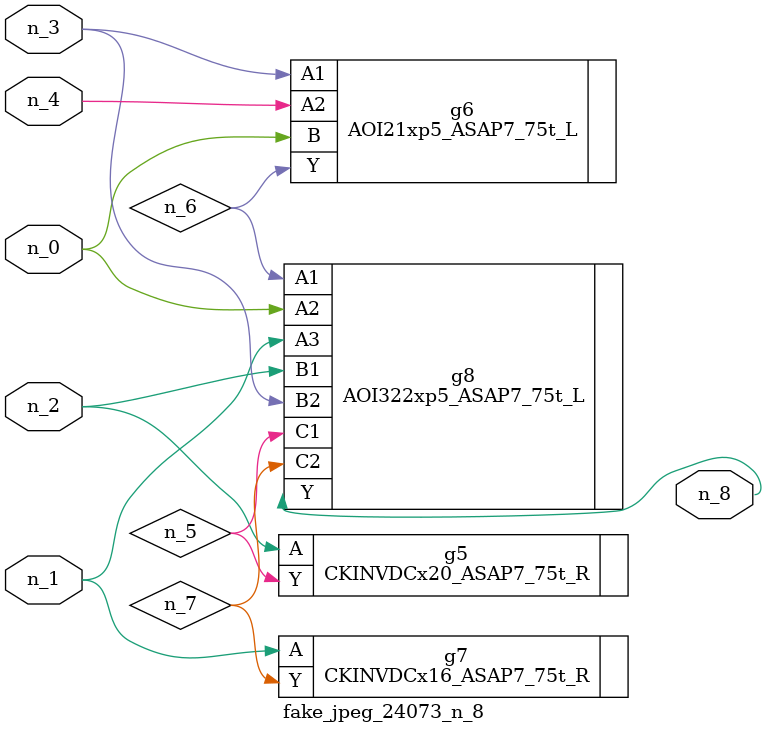
<source format=v>
module fake_jpeg_24073_n_8 (n_3, n_2, n_1, n_0, n_4, n_8);

input n_3;
input n_2;
input n_1;
input n_0;
input n_4;

output n_8;

wire n_6;
wire n_5;
wire n_7;

CKINVDCx20_ASAP7_75t_R g5 ( 
.A(n_2),
.Y(n_5)
);

AOI21xp5_ASAP7_75t_L g6 ( 
.A1(n_3),
.A2(n_4),
.B(n_0),
.Y(n_6)
);

CKINVDCx16_ASAP7_75t_R g7 ( 
.A(n_1),
.Y(n_7)
);

AOI322xp5_ASAP7_75t_L g8 ( 
.A1(n_6),
.A2(n_0),
.A3(n_1),
.B1(n_2),
.B2(n_3),
.C1(n_5),
.C2(n_7),
.Y(n_8)
);


endmodule
</source>
